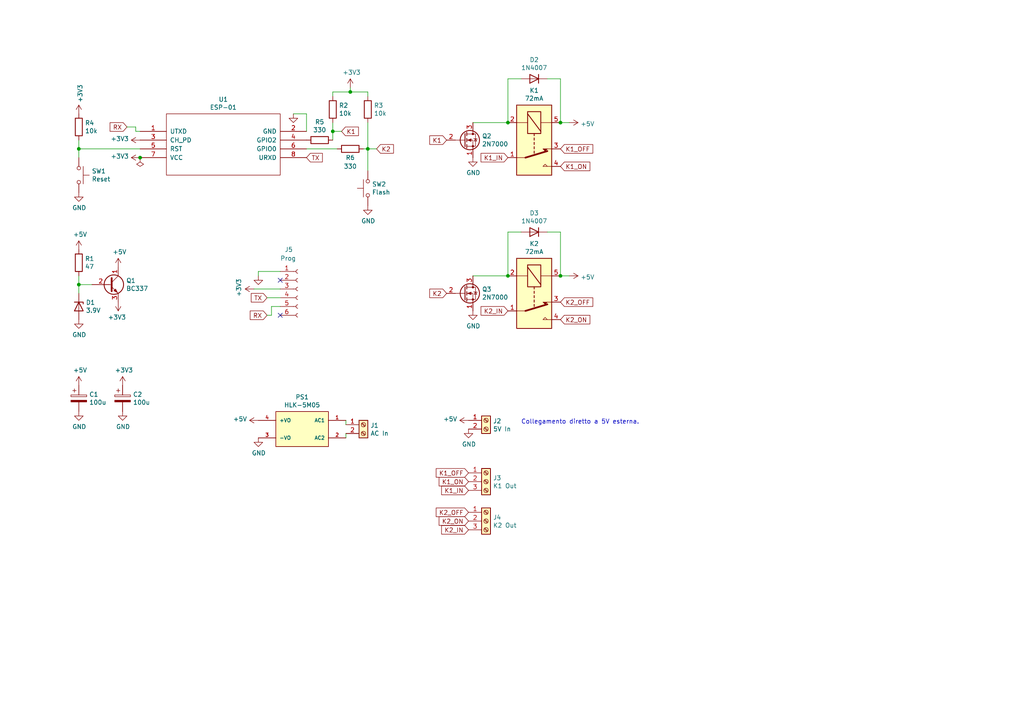
<source format=kicad_sch>
(kicad_sch (version 20211123) (generator eeschema)
  (paper "A4")
  (lib_symbols
    (symbol "Connector:Conn_01x06_Female" (pin_names (offset 1.016) hide)
      (property "Reference" "J" (at 0 7.62 0))
      (property "Value" "Conn_01x06_Female" (at 0 -10.16 0))
      (symbol "Conn_01x06_Female_1_1"
        (arc (start 0 -7.112) (mid -0.508 -7.62) (end 0 -8.128) (stroke (width 0.1524)))
        (arc (start 0 -4.572) (mid -0.508 -5.08) (end 0 -5.588) (stroke (width 0.1524)))
        (arc (start 0 -2.032) (mid -0.508 -2.54) (end 0 -3.048) (stroke (width 0.1524)))
        (polyline (pts (xy -1.27 -7.62) (xy -0.508 -7.62)) (stroke (width 0.1524)))
        (polyline (pts (xy -1.27 -5.08) (xy -0.508 -5.08)) (stroke (width 0.1524)))
        (polyline (pts (xy -1.27 -2.54) (xy -0.508 -2.54)) (stroke (width 0.1524)))
        (polyline (pts (xy -1.27 0) (xy -0.508 0)) (stroke (width 0.1524)))
        (polyline (pts (xy -1.27 2.54) (xy -0.508 2.54)) (stroke (width 0.1524)))
        (polyline (pts (xy -1.27 5.08) (xy -0.508 5.08)) (stroke (width 0.1524)))
        (arc (start 0 0.508) (mid -0.508 0) (end 0 -0.508) (stroke (width 0.1524)))
        (arc (start 0 3.048) (mid -0.508 2.54) (end 0 2.032) (stroke (width 0.1524)))
        (arc (start 0 5.588) (mid -0.508 5.08) (end 0 4.572) (stroke (width 0.1524)))
        (pin passive line (at -5.08 5.08 0) (length 3.81) (name "Pin_1") (number "1"))
        (pin passive line (at -5.08 2.54 0) (length 3.81) (name "Pin_2") (number "2"))
        (pin passive line (at -5.08 0 0) (length 3.81) (name "Pin_3") (number "3"))
        (pin passive line (at -5.08 -2.54 0) (length 3.81) (name "Pin_4") (number "4"))
        (pin passive line (at -5.08 -5.08 0) (length 3.81) (name "Pin_5") (number "5"))
        (pin passive line (at -5.08 -7.62 0) (length 3.81) (name "Pin_6") (number "6"))
      )
    )
    (symbol "Connector:Screw_Terminal_01x02" (pin_names (offset 1.016) hide)
      (property "Reference" "J" (at 0 2.54 0))
      (property "Value" "Screw_Terminal_01x02" (at 0 -5.08 0))
      (symbol "Screw_Terminal_01x02_1_1"
        (rectangle (start -1.27 1.27) (end 1.27 -3.81) (stroke (width 0.254)) (fill (type background)))
        (circle (center 0 -2.54) (radius 0.635) (stroke (width 0.1524)))
        (polyline (pts (xy -0.5334 -2.2098) (xy 0.3302 -3.048)) (stroke (width 0.1524)))
        (polyline (pts (xy -0.5334 0.3302) (xy 0.3302 -0.508)) (stroke (width 0.1524)))
        (polyline (pts (xy -0.3556 -2.032) (xy 0.508 -2.8702)) (stroke (width 0.1524)))
        (polyline (pts (xy -0.3556 0.508) (xy 0.508 -0.3302)) (stroke (width 0.1524)))
        (circle (center 0 0) (radius 0.635) (stroke (width 0.1524)))
        (pin passive line (at -5.08 0 0) (length 3.81) (name "Pin_1") (number "1"))
        (pin passive line (at -5.08 -2.54 0) (length 3.81) (name "Pin_2") (number "2"))
      )
    )
    (symbol "Connector:Screw_Terminal_01x03" (pin_names (offset 1.016) hide)
      (property "Reference" "J" (at 0 5.08 0))
      (property "Value" "Screw_Terminal_01x03" (at 0 -5.08 0))
      (symbol "Screw_Terminal_01x03_1_1"
        (rectangle (start -1.27 3.81) (end 1.27 -3.81) (stroke (width 0.254)) (fill (type background)))
        (circle (center 0 -2.54) (radius 0.635) (stroke (width 0.1524)))
        (polyline (pts (xy -0.5334 -2.2098) (xy 0.3302 -3.048)) (stroke (width 0.1524)))
        (polyline (pts (xy -0.5334 0.3302) (xy 0.3302 -0.508)) (stroke (width 0.1524)))
        (polyline (pts (xy -0.5334 2.8702) (xy 0.3302 2.032)) (stroke (width 0.1524)))
        (polyline (pts (xy -0.3556 -2.032) (xy 0.508 -2.8702)) (stroke (width 0.1524)))
        (polyline (pts (xy -0.3556 0.508) (xy 0.508 -0.3302)) (stroke (width 0.1524)))
        (polyline (pts (xy -0.3556 3.048) (xy 0.508 2.2098)) (stroke (width 0.1524)))
        (circle (center 0 0) (radius 0.635) (stroke (width 0.1524)))
        (circle (center 0 2.54) (radius 0.635) (stroke (width 0.1524)))
        (pin passive line (at -5.08 2.54 0) (length 3.81) (name "Pin_1") (number "1"))
        (pin passive line (at -5.08 0 0) (length 3.81) (name "Pin_2") (number "2"))
        (pin passive line (at -5.08 -2.54 0) (length 3.81) (name "Pin_3") (number "3"))
      )
    )
    (symbol "Custom_library:Relay_5v"
      (property "Reference" "K" (at 11.43 3.81 0))
      (property "Value" "Relay_5v" (at 11.43 1.27 0))
      (symbol "Relay_5v_0_0"
        (polyline (pts (xy 2.54 5.08) (xy 2.54 2.54) (xy 3.175 3.175) (xy 2.54 3.81)) (fill (type outline)))
        (polyline (pts (xy 7.62 5.08) (xy 7.62 2.54) (xy 6.985 3.175) (xy 7.62 3.81)))
      )
      (symbol "Relay_5v_0_1"
        (rectangle (start -10.16 5.08) (end 10.16 -5.08) (stroke (width 0.254)) (fill (type background)))
        (rectangle (start -8.255 1.905) (end -1.905 -1.905) (stroke (width 0.254)))
        (polyline (pts (xy -7.62 -1.905) (xy -2.54 1.905)) (stroke (width 0.254)))
        (polyline (pts (xy -5.08 -5.08) (xy -5.08 -1.905)))
        (polyline (pts (xy -5.08 5.08) (xy -5.08 1.905)))
        (polyline (pts (xy -1.905 0) (xy -1.27 0)) (stroke (width 0.254)))
        (polyline (pts (xy -0.635 0) (xy 0 0)) (stroke (width 0.254)))
        (polyline (pts (xy 0.635 0) (xy 1.27 0)) (stroke (width 0.254)))
        (polyline (pts (xy 1.905 0) (xy 2.54 0)) (stroke (width 0.254)))
        (polyline (pts (xy 3.175 0) (xy 3.81 0)) (stroke (width 0.254)))
        (polyline (pts (xy 5.08 -2.54) (xy 3.175 3.81)) (stroke (width 0.508)))
        (polyline (pts (xy 5.08 -2.54) (xy 5.08 -5.08)))
      )
      (symbol "Relay_5v_1_1"
        (pin passive line (at 5.08 -7.62 90) (length 2.54) (name "~") (number "1"))
        (pin passive line (at -5.08 -7.62 90) (length 2.54) (name "~") (number "2"))
        (pin passive line (at 2.54 7.62 270) (length 2.54) (name "~") (number "3"))
        (pin passive line (at 7.62 7.62 270) (length 2.54) (name "~") (number "4"))
        (pin passive line (at -5.08 7.62 270) (length 2.54) (name "~") (number "5"))
      )
    )
    (symbol "Device:CP" (pin_numbers hide) (pin_names (offset 0.254))
      (property "Reference" "C" (at 0.635 2.54 0))
      (property "Value" "Device_CP" (at 0.635 -2.54 0))
      (symbol "CP_0_1"
        (rectangle (start -2.286 0.508) (end 2.286 1.016))
        (polyline (pts (xy -1.778 2.286) (xy -0.762 2.286)))
        (polyline (pts (xy -1.27 2.794) (xy -1.27 1.778)))
        (rectangle (start 2.286 -0.508) (end -2.286 -1.016) (fill (type outline)))
      )
      (symbol "CP_1_1"
        (pin passive line (at 0 3.81 270) (length 2.794) (name "~") (number "1"))
        (pin passive line (at 0 -3.81 90) (length 2.794) (name "~") (number "2"))
      )
    )
    (symbol "Device:D" (pin_numbers hide) (pin_names (offset 1.016) hide)
      (property "Reference" "D" (at 0 2.54 0))
      (property "Value" "D" (at 0 -2.54 0))
      (symbol "D_0_1"
        (polyline (pts (xy -1.27 1.27) (xy -1.27 -1.27)) (stroke (width 0.254)))
        (polyline (pts (xy 1.27 0) (xy -1.27 0)))
        (polyline (pts (xy 1.27 1.27) (xy 1.27 -1.27) (xy -1.27 0) (xy 1.27 1.27)) (stroke (width 0.254)))
      )
      (symbol "D_1_1"
        (pin passive line (at -3.81 0 0) (length 2.54) (name "K") (number "1"))
        (pin passive line (at 3.81 0 180) (length 2.54) (name "A") (number "2"))
      )
    )
    (symbol "Device:D_Zener" (pin_numbers hide) (pin_names (offset 1.016) hide)
      (property "Reference" "D" (at 0 2.54 0))
      (property "Value" "D_Zener" (at 0 -2.54 0))
      (symbol "D_Zener_0_1"
        (polyline (pts (xy 1.27 0) (xy -1.27 0)))
        (polyline (pts (xy -1.27 -1.27) (xy -1.27 1.27) (xy -0.762 1.27)) (stroke (width 0.254)))
        (polyline (pts (xy 1.27 -1.27) (xy 1.27 1.27) (xy -1.27 0) (xy 1.27 -1.27)) (stroke (width 0.254)))
      )
      (symbol "D_Zener_1_1"
        (pin passive line (at -3.81 0 0) (length 2.54) (name "K") (number "1"))
        (pin passive line (at 3.81 0 180) (length 2.54) (name "A") (number "2"))
      )
    )
    (symbol "Device:R" (pin_numbers hide) (pin_names (offset 0))
      (property "Reference" "R" (at 2.032 0 90))
      (property "Value" "R" (at 0 0 90))
      (symbol "R_0_1"
        (rectangle (start -1.016 -2.54) (end 1.016 2.54) (stroke (width 0.254)))
      )
      (symbol "R_1_1"
        (pin passive line (at 0 3.81 270) (length 1.27) (name "~") (number "1"))
        (pin passive line (at 0 -3.81 90) (length 1.27) (name "~") (number "2"))
      )
    )
    (symbol "HLK-5M05:HLK-5M05" (pin_names (offset 1.016))
      (property "Reference" "PS" (at -7.62 6.35 0))
      (property "Value" "HLK-5M05" (at -7.62 -7.62 0))
      (symbol "HLK-5M05_0_0"
        (rectangle (start -7.62 -5.08) (end 7.62 5.08) (stroke (width 0.2032)) (fill (type background)))
        (pin input line (at -12.7 2.54 0) (length 5.08) (name "AC1") (number "1"))
        (pin input line (at -12.7 -2.54 0) (length 5.08) (name "AC2") (number "2"))
        (pin output line (at 12.7 -2.54 180) (length 5.08) (name "-VO") (number "3"))
        (pin output line (at 12.7 2.54 180) (length 5.08) (name "+VO") (number "4"))
      )
    )
    (symbol "Switch:SW_Push" (pin_numbers hide) (pin_names (offset 1.016) hide)
      (property "Reference" "SW" (at 1.27 2.54 0))
      (property "Value" "SW_Push" (at 0 -1.524 0))
      (symbol "SW_Push_0_1"
        (circle (center -2.032 0) (radius 0.508))
        (polyline (pts (xy 0 1.27) (xy 0 3.048)))
        (polyline (pts (xy 2.54 1.27) (xy -2.54 1.27)))
        (circle (center 2.032 0) (radius 0.508))
        (pin passive line (at -5.08 0 0) (length 2.54) (name "1") (number "1"))
        (pin passive line (at 5.08 0 180) (length 2.54) (name "2") (number "2"))
      )
    )
    (symbol "Transistor_BJT:BC337" (pin_names (offset 0) hide)
      (property "Reference" "Q" (at 5.08 1.905 0))
      (property "Value" "BC337" (at 5.08 0 0))
      (symbol "BC337_0_1"
        (polyline (pts (xy 0 0) (xy 0.635 0)))
        (polyline (pts (xy 0.635 0.635) (xy 2.54 2.54)))
        (polyline (pts (xy 0.635 -0.635) (xy 2.54 -2.54) (xy 2.54 -2.54)))
        (polyline (pts (xy 0.635 1.905) (xy 0.635 -1.905) (xy 0.635 -1.905)) (stroke (width 0.508)))
        (polyline (pts (xy 1.27 -1.778) (xy 1.778 -1.27) (xy 2.286 -2.286) (xy 1.27 -1.778) (xy 1.27 -1.778)) (fill (type outline)))
        (circle (center 1.27 0) (radius 2.8194) (stroke (width 0.254)))
      )
      (symbol "BC337_1_1"
        (pin passive line (at 2.54 5.08 270) (length 2.54) (name "C") (number "1"))
        (pin input line (at -5.08 0 0) (length 5.08) (name "B") (number "2"))
        (pin passive line (at 2.54 -5.08 90) (length 2.54) (name "E") (number "3"))
      )
    )
    (symbol "Transistor_FET:2N7000" (pin_names hide)
      (property "Reference" "Q" (at 5.08 1.905 0))
      (property "Value" "2N7000" (at 5.08 0 0))
      (symbol "2N7000_0_1"
        (polyline (pts (xy 0.254 0) (xy -2.54 0)))
        (polyline (pts (xy 0.254 1.905) (xy 0.254 -1.905)) (stroke (width 0.254)))
        (polyline (pts (xy 0.762 -1.27) (xy 0.762 -2.286)) (stroke (width 0.254)))
        (polyline (pts (xy 0.762 0.508) (xy 0.762 -0.508)) (stroke (width 0.254)))
        (polyline (pts (xy 0.762 2.286) (xy 0.762 1.27)) (stroke (width 0.254)))
        (polyline (pts (xy 2.54 2.54) (xy 2.54 1.778)))
        (polyline (pts (xy 2.54 -2.54) (xy 2.54 0) (xy 0.762 0)))
        (polyline (pts (xy 0.762 -1.778) (xy 3.302 -1.778) (xy 3.302 1.778) (xy 0.762 1.778)))
        (polyline (pts (xy 1.016 0) (xy 2.032 0.381) (xy 2.032 -0.381) (xy 1.016 0)) (fill (type outline)))
        (polyline (pts (xy 2.794 0.508) (xy 2.921 0.381) (xy 3.683 0.381) (xy 3.81 0.254)))
        (polyline (pts (xy 3.302 0.381) (xy 2.921 -0.254) (xy 3.683 -0.254) (xy 3.302 0.381)))
        (circle (center 1.651 0) (radius 2.794) (stroke (width 0.254)))
        (circle (center 2.54 -1.778) (radius 0.254) (fill (type outline)))
        (circle (center 2.54 1.778) (radius 0.254) (fill (type outline)))
      )
      (symbol "2N7000_1_1"
        (pin passive line (at 2.54 -5.08 90) (length 2.54) (name "S") (number "1"))
        (pin input line (at -5.08 0 0) (length 2.54) (name "G") (number "2"))
        (pin passive line (at 2.54 5.08 270) (length 2.54) (name "D") (number "3"))
      )
    )
    (symbol "kicad-ESP8266:ESP-01v090" (pin_names (offset 1.016))
      (property "Reference" "U" (at 0 -2.54 0))
      (property "Value" "ESP-01v090" (at 0 2.54 0))
      (symbol "ESP-01v090_1_0"
        (rectangle (start -16.51 -8.89) (end 16.51 8.89))
      )
      (symbol "ESP-01v090_1_1"
        (pin output line (at -24.13 3.81 0) (length 7.62) (name "UTXD") (number "1"))
        (pin power_in line (at 24.13 3.81 180) (length 7.62) (name "GND") (number "2"))
        (pin input line (at -24.13 1.27 0) (length 7.62) (name "CH_PD") (number "3"))
        (pin tri_state line (at 24.13 1.27 180) (length 7.62) (name "GPIO2") (number "4"))
        (pin input line (at -24.13 -1.27 0) (length 7.62) (name "RST") (number "5"))
        (pin tri_state line (at 24.13 -1.27 180) (length 7.62) (name "GPIO0") (number "6"))
        (pin power_in line (at -24.13 -3.81 0) (length 7.62) (name "VCC") (number "7"))
        (pin input line (at 24.13 -3.81 180) (length 7.62) (name "URXD") (number "8"))
      )
    )
    (symbol "power:+3.3V" (power) (pin_names (offset 0))
      (property "Value" "+3.3V" (at 0 3.556 0))
      (symbol "+3.3V_0_1"
        (polyline (pts (xy -0.762 1.27) (xy 0 2.54)))
        (polyline (pts (xy 0 0) (xy 0 2.54)))
        (polyline (pts (xy 0 2.54) (xy 0.762 1.27)))
      )
      (symbol "+3.3V_1_1"
        (pin power_in line (at 0 0 90) (length 0) hide (name "+3V3") (number "1"))
      )
    )
    (symbol "power:+5V" (power) (pin_names (offset 0))
      (property "Value" "+5V" (at 0 3.556 0))
      (symbol "+5V_0_1"
        (polyline (pts (xy -0.762 1.27) (xy 0 2.54)))
        (polyline (pts (xy 0 0) (xy 0 2.54)))
        (polyline (pts (xy 0 2.54) (xy 0.762 1.27)))
      )
      (symbol "+5V_1_1"
        (pin power_in line (at 0 0 90) (length 0) hide (name "+5V") (number "1"))
      )
    )
    (symbol "power:GND" (power) (pin_names (offset 0))
      (property "Value" "GND" (at 0 -3.81 0))
      (symbol "GND_0_1"
        (polyline (pts (xy 0 0) (xy 0 -1.27) (xy 1.27 -1.27) (xy 0 -2.54) (xy -1.27 -1.27) (xy 0 -1.27)))
      )
      (symbol "GND_1_1"
        (pin power_in line (at 0 0 270) (length 0) hide (name "GND") (number "1"))
      )
    )
    (symbol "power:PWR_FLAG" (power) (pin_numbers hide) (pin_names (offset 0) hide)
      (property "Value" "PWR_FLAG" (at 0 3.81 0))
      (symbol "PWR_FLAG_0_0"
        (pin power_out line (at 0 0 90) (length 0) (name "pwr") (number "1"))
      )
      (symbol "PWR_FLAG_0_1"
        (polyline (pts (xy 0 0) (xy 0 1.27) (xy -1.016 1.905) (xy 0 2.54) (xy 1.016 1.905) (xy 0 1.27)))
      )
    )
  )
  (junction (at 147.32 35.56))
  (junction (at 22.86 82.55))
  (junction (at 147.32 80.01))
  (junction (at 162.56 35.56))
  (junction (at 162.56 80.01))
  (junction (at 96.52 38.1))
  (junction (at 106.68 43.18))
  (junction (at 40.64 45.72))
  (junction (at 22.86 43.18))
  (junction (at 101.6 26.67))
  (no_connect (at 81.28 81.28))
  (no_connect (at 81.28 91.44))
  (wire (pts (xy 22.86 82.55) (xy 26.67 82.55)))
  (wire (pts (xy 106.68 35.56) (xy 106.68 43.18)))
  (wire (pts (xy 88.9 33.02) (xy 88.9 38.1)))
  (wire (pts (xy 74.93 78.74) (xy 81.28 78.74)))
  (wire (pts (xy 85.09 33.02) (xy 88.9 33.02)))
  (wire (pts (xy 101.6 26.67) (xy 106.68 26.67)))
  (wire (pts (xy 97.79 43.18) (xy 88.9 43.18)))
  (wire (pts (xy 151.13 22.86) (xy 147.32 22.86)))
  (wire (pts (xy 96.52 38.1) (xy 96.52 35.56)))
  (wire (pts (xy 137.16 80.01) (xy 147.32 80.01)))
  (wire (pts (xy 105.41 43.18) (xy 106.68 43.18)))
  (wire (pts (xy 39.37 38.1) (xy 40.64 38.1)))
  (wire (pts (xy 137.16 35.56) (xy 147.32 35.56)))
  (wire (pts (xy 147.32 22.86) (xy 147.32 35.56)))
  (wire (pts (xy 77.47 86.36) (xy 81.28 86.36)))
  (wire (pts (xy 99.06 38.1) (xy 96.52 38.1)))
  (wire (pts (xy 39.37 36.83) (xy 39.37 38.1)))
  (wire (pts (xy 74.93 80.01) (xy 74.93 78.74)))
  (wire (pts (xy 101.6 26.67) (xy 101.6 25.4)))
  (wire (pts (xy 158.75 67.31) (xy 162.56 67.31)))
  (wire (pts (xy 147.32 67.31) (xy 147.32 80.01)))
  (wire (pts (xy 22.86 43.18) (xy 22.86 40.64)))
  (wire (pts (xy 100.33 125.73) (xy 100.33 127)))
  (wire (pts (xy 77.47 91.44) (xy 78.74 91.44)))
  (wire (pts (xy 106.68 26.67) (xy 106.68 27.94)))
  (wire (pts (xy 100.33 123.19) (xy 100.33 121.92)))
  (wire (pts (xy 162.56 22.86) (xy 162.56 35.56)))
  (wire (pts (xy 162.56 67.31) (xy 162.56 80.01)))
  (wire (pts (xy 78.74 91.44) (xy 78.74 88.9)))
  (wire (pts (xy 73.66 83.82) (xy 81.28 83.82)))
  (wire (pts (xy 96.52 40.64) (xy 96.52 38.1)))
  (wire (pts (xy 158.75 22.86) (xy 162.56 22.86)))
  (wire (pts (xy 165.1 80.01) (xy 162.56 80.01)))
  (wire (pts (xy 165.1 35.56) (xy 162.56 35.56)))
  (wire (pts (xy 40.64 43.18) (xy 22.86 43.18)))
  (wire (pts (xy 106.68 43.18) (xy 106.68 49.53)))
  (wire (pts (xy 22.86 85.09) (xy 22.86 82.55)))
  (wire (pts (xy 36.83 36.83) (xy 39.37 36.83)))
  (wire (pts (xy 22.86 82.55) (xy 22.86 80.01)))
  (wire (pts (xy 151.13 67.31) (xy 147.32 67.31)))
  (wire (pts (xy 96.52 26.67) (xy 96.52 27.94)))
  (wire (pts (xy 96.52 26.67) (xy 101.6 26.67)))
  (wire (pts (xy 78.74 88.9) (xy 81.28 88.9)))
  (wire (pts (xy 109.22 43.18) (xy 106.68 43.18)))
  (wire (pts (xy 22.86 43.18) (xy 22.86 45.72)))
  (text "Collegamento diretto a 5V esterna." (at 151.13 123.19 0) (effects (font (size 1.27 1.27)) (justify left bottom)))
  (global_label "K1_OFF" (shape input) (at 135.89 137.16 180) (property "Intersheet References" "${INTERSHEET_REFS}" (effects hide)))
  (global_label "TX" (shape input) (at 88.9 45.72 0) (property "Intersheet References" "${INTERSHEET_REFS}" (effects hide)))
  (global_label "K2_IN" (shape input) (at 135.89 153.67 180) (property "Intersheet References" "${INTERSHEET_REFS}" (effects hide)))
  (global_label "K1_ON" (shape input) (at 135.89 139.7 180) (property "Intersheet References" "${INTERSHEET_REFS}" (effects hide)))
  (global_label "K1_IN" (shape input) (at 135.89 142.24 180) (property "Intersheet References" "${INTERSHEET_REFS}" (effects hide)))
  (global_label "K2_OFF" (shape input) (at 162.56 87.63 0) (property "Intersheet References" "${INTERSHEET_REFS}" (effects hide)))
  (global_label "K2" (shape input) (at 109.22 43.18 0) (property "Intersheet References" "${INTERSHEET_REFS}" (effects hide)))
  (global_label "K2_IN" (shape input) (at 147.32 90.17 180) (property "Intersheet References" "${INTERSHEET_REFS}" (effects hide)))
  (global_label "K2" (shape input) (at 129.54 85.09 180) (property "Intersheet References" "${INTERSHEET_REFS}" (effects hide)))
  (global_label "RX" (shape input) (at 77.47 91.44 180) (property "Intersheet References" "${INTERSHEET_REFS}" (effects hide)))
  (global_label "K2_OFF" (shape input) (at 135.89 148.59 180) (property "Intersheet References" "${INTERSHEET_REFS}" (effects hide)))
  (global_label "TX" (shape input) (at 77.47 86.36 180) (property "Intersheet References" "${INTERSHEET_REFS}" (effects hide)))
  (global_label "K1_IN" (shape input) (at 147.32 45.72 180) (property "Intersheet References" "${INTERSHEET_REFS}" (effects hide)))
  (global_label "K2_ON" (shape input) (at 162.56 92.71 0) (property "Intersheet References" "${INTERSHEET_REFS}" (effects hide)))
  (global_label "K1" (shape input) (at 129.54 40.64 180) (property "Intersheet References" "${INTERSHEET_REFS}" (effects hide)))
  (global_label "K1_ON" (shape input) (at 162.56 48.26 0) (property "Intersheet References" "${INTERSHEET_REFS}" (effects hide)))
  (global_label "RX" (shape input) (at 36.83 36.83 180) (property "Intersheet References" "${INTERSHEET_REFS}" (effects hide)))
  (global_label "K2_ON" (shape input) (at 135.89 151.13 180) (property "Intersheet References" "${INTERSHEET_REFS}" (effects hide)))
  (global_label "K1" (shape input) (at 99.06 38.1 0) (property "Intersheet References" "${INTERSHEET_REFS}" (effects hide)))
  (global_label "K1_OFF" (shape input) (at 162.56 43.18 0) (property "Intersheet References" "${INTERSHEET_REFS}" (effects hide)))
  (symbol (lib_id "Custom_library:Relay_5v") (at 154.94 40.64 270) (unit 1)
    (property "Reference" "K1" (at 154.94 26.2382 90))
    (property "Value" "72mA" (at 154.94 28.5496 90))
    (property "Footprint" "Relay_THT:Relay_SPDT_Omron-G5LE-1" (effects hide))
  )
  (symbol (lib_id "Device:D") (at 154.94 22.86 180) (unit 1)
    (property "Reference" "D2" (at 154.94 17.3482 0))
    (property "Value" "1N4007" (at 154.94 19.6596 0))
    (property "Footprint" "Diode_THT:D_DO-41_SOD81_P7.62mm_Horizontal" (effects hide))
  )
  (symbol (lib_id "kicad-ESP8266:ESP-01v090") (at 64.77 41.91 0) (unit 1)
    (property "Reference" "U1" (at 64.77 28.829 0))
    (property "Value" "ESP-01" (at 64.77 31.1404 0))
    (property "Footprint" "kicad-ESP8266:ESP-01" (effects hide))
    (property "Datasheet" "http://l0l.org.uk/2014/12/esp8266-modules-hardware-guide-gotta-catch-em-all/" (effects hide))
  )
  (symbol (lib_id "Connector:Screw_Terminal_01x03") (at 140.97 139.7 0) (unit 1)
    (property "Reference" "J3" (at 143.002 138.6332 0) (effects (justify left)))
    (property "Value" "K1 Out" (at 143.002 140.9446 0) (effects (justify left)))
    (property "Footprint" "TerminalBlock:TerminalBlock_bornier-3_P5.08mm" (effects hide))
  )
  (symbol (lib_id "power:+3.3V") (at 40.64 40.64 90) (unit 1)
    (property "Reference" "#PWR0107" (effects hide))
    (property "Value" "+3.3V" (at 37.3888 40.259 90) (effects (justify left)))
  )
  (symbol (lib_id "power:+3.3V") (at 22.86 33.02 0) (unit 1)
    (property "Reference" "#PWR0101" (effects hide))
    (property "Value" "+3.3V" (at 23.241 29.7688 90) (effects (justify left)))
  )
  (symbol (lib_id "power:+3.3V") (at 40.64 45.72 90) (unit 1)
    (property "Reference" "#PWR0102" (effects hide))
    (property "Value" "+3.3V" (at 37.3888 45.339 90) (effects (justify left)))
  )
  (symbol (lib_id "Device:R") (at 96.52 31.75 0) (unit 1)
    (property "Reference" "R2" (at 98.298 30.5816 0) (effects (justify left)))
    (property "Value" "10k" (at 98.298 32.893 0) (effects (justify left)))
    (property "Footprint" "Resistor_THT:R_Axial_DIN0207_L6.3mm_D2.5mm_P7.62mm_Horizontal" (effects hide))
  )
  (symbol (lib_id "Device:R") (at 106.68 31.75 0) (unit 1)
    (property "Reference" "R3" (at 108.458 30.5816 0) (effects (justify left)))
    (property "Value" "10k" (at 108.458 32.893 0) (effects (justify left)))
    (property "Footprint" "Resistor_THT:R_Axial_DIN0207_L6.3mm_D2.5mm_P7.62mm_Horizontal" (effects hide))
  )
  (symbol (lib_id "power:+3.3V") (at 101.6 25.4 0) (unit 1)
    (property "Reference" "#PWR0105" (effects hide))
    (property "Value" "+3.3V" (at 101.981 21.0058 0))
  )
  (symbol (lib_id "power:GND") (at 85.09 33.02 0) (unit 1)
    (property "Reference" "#PWR0109" (effects hide))
    (property "Value" "GND" (effects hide))
  )
  (symbol (lib_id "Transistor_FET:2N7000") (at 134.62 40.64 0) (unit 1)
    (property "Reference" "Q2" (at 139.8016 39.4716 0) (effects (justify left)))
    (property "Value" "2N7000" (at 139.8016 41.783 0) (effects (justify left)))
    (property "Footprint" "Package_TO_SOT_THT:TO-92_Inline" (effects hide))
    (property "Datasheet" "https://www.onsemi.com/pub/Collateral/NDS7002A-D.PDF" (effects hide))
  )
  (symbol (lib_id "Device:R") (at 92.71 40.64 270) (unit 1)
    (property "Reference" "R5" (at 92.71 35.3822 90))
    (property "Value" "330" (at 92.71 37.6936 90))
    (property "Footprint" "Resistor_THT:R_Axial_DIN0207_L6.3mm_D2.5mm_P7.62mm_Horizontal" (effects hide))
  )
  (symbol (lib_id "Connector:Screw_Terminal_01x02") (at 140.97 121.92 0) (unit 1)
    (property "Reference" "J2" (at 143.002 122.1232 0) (effects (justify left)))
    (property "Value" "5V In" (at 143.002 124.4346 0) (effects (justify left)))
    (property "Footprint" "TerminalBlock:TerminalBlock_bornier-2_P5.08mm" (effects hide))
  )
  (symbol (lib_id "power:GND") (at 74.93 127 0) (unit 1)
    (property "Reference" "#PWR0118" (effects hide))
    (property "Value" "GND" (at 75.057 131.3942 0))
  )
  (symbol (lib_id "power:GND") (at 135.89 124.46 0) (unit 1)
    (property "Reference" "#PWR0104" (effects hide))
    (property "Value" "GND" (at 136.017 128.8542 0))
  )
  (symbol (lib_id "power:+5V") (at 74.93 121.92 90) (unit 1)
    (property "Reference" "#PWR0119" (effects hide))
    (property "Value" "+5V" (at 71.6788 121.539 90) (effects (justify left)))
  )
  (symbol (lib_id "power:+5V") (at 135.89 121.92 90) (unit 1)
    (property "Reference" "#PWR0112" (effects hide))
    (property "Value" "+5V" (at 132.6388 121.539 90) (effects (justify left)))
  )
  (symbol (lib_id "power:GND") (at 137.16 45.72 0) (unit 1)
    (property "Reference" "#PWR0103" (effects hide))
    (property "Value" "GND" (at 137.287 50.1142 0))
  )
  (symbol (lib_id "power:+5V") (at 165.1 35.56 270) (unit 1)
    (property "Reference" "#PWR0113" (effects hide))
    (property "Value" "+5V" (at 168.3512 35.941 90) (effects (justify left)))
  )
  (symbol (lib_id "Device:R") (at 22.86 36.83 180) (unit 1)
    (property "Reference" "R4" (at 24.638 35.6616 0) (effects (justify right)))
    (property "Value" "10k" (at 24.638 37.973 0) (effects (justify right)))
    (property "Footprint" "Resistor_THT:R_Axial_DIN0207_L6.3mm_D2.5mm_P7.62mm_Horizontal" (effects hide))
  )
  (symbol (lib_id "Transistor_BJT:BC337") (at 31.75 82.55 0) (unit 1)
    (property "Reference" "Q1" (at 36.6014 81.3816 0) (effects (justify left)))
    (property "Value" "BC337" (at 36.6014 83.693 0) (effects (justify left)))
    (property "Footprint" "Package_TO_SOT_THT:TO-92_Inline" (effects hide))
    (property "Datasheet" "https://diotec.com/tl_files/diotec/files/pdf/datasheets/bc337.pdf" (effects hide))
  )
  (symbol (lib_id "Device:D_Zener") (at 22.86 88.9 270) (unit 1)
    (property "Reference" "D1" (at 24.892 87.7316 90) (effects (justify left)))
    (property "Value" "3.9V" (at 24.892 90.043 90) (effects (justify left)))
    (property "Footprint" "Diode_THT:D_DO-41_SOD81_P7.62mm_Horizontal" (effects hide))
  )
  (symbol (lib_id "Device:R") (at 22.86 76.2 0) (unit 1)
    (property "Reference" "R1" (at 24.638 75.0316 0) (effects (justify left)))
    (property "Value" "47" (at 24.638 77.343 0) (effects (justify left)))
    (property "Footprint" "Resistor_THT:R_Axial_DIN0207_L6.3mm_D2.5mm_P7.62mm_Horizontal" (effects hide))
  )
  (symbol (lib_id "power:+5V") (at 34.29 77.47 0) (unit 1)
    (property "Reference" "#PWR0114" (effects hide))
    (property "Value" "+5V" (at 34.671 73.0758 0))
  )
  (symbol (lib_id "power:+3.3V") (at 34.29 87.63 180) (unit 1)
    (property "Reference" "#PWR0115" (effects hide))
    (property "Value" "+3.3V" (at 33.909 92.0242 0))
  )
  (symbol (lib_id "Switch:SW_Push") (at 22.86 50.8 270) (unit 1)
    (property "Reference" "SW1" (at 26.6192 49.6316 90) (effects (justify left)))
    (property "Value" "Reset" (at 26.6192 51.943 90) (effects (justify left)))
    (property "Footprint" "Button_Switch_THT:SW_PUSH_6mm_H5mm" (effects hide))
  )
  (symbol (lib_id "power:GND") (at 22.86 92.71 0) (unit 1)
    (property "Reference" "#PWR0116" (effects hide))
    (property "Value" "GND" (at 22.987 97.1042 0))
  )
  (symbol (lib_id "power:+5V") (at 22.86 72.39 0) (unit 1)
    (property "Reference" "#PWR0117" (effects hide))
    (property "Value" "+5V" (at 23.241 67.9958 0))
  )
  (symbol (lib_id "power:GND") (at 22.86 55.88 0) (unit 1)
    (property "Reference" "#PWR0106" (effects hide))
    (property "Value" "GND" (at 22.987 60.2742 0))
  )
  (symbol (lib_id "Switch:SW_Push") (at 106.68 54.61 90) (unit 1)
    (property "Reference" "SW2" (at 107.8992 53.4416 90) (effects (justify right)))
    (property "Value" "Flash" (at 107.8992 55.753 90) (effects (justify right)))
    (property "Footprint" "Button_Switch_THT:SW_PUSH_6mm_H5mm" (effects hide))
  )
  (symbol (lib_id "HLK-5M05:HLK-5M05") (at 87.63 124.46 0) (mirror y) (unit 1)
    (property "Reference" "PS1" (at 87.63 115.1636 0))
    (property "Value" "HLK-5M05" (at 87.63 117.475 0))
    (property "Footprint" "HLK-5M05:CONV_HLK-5M05" (effects hide))
    (property "PARTREV" "N/A" (effects hide))
    (property "MANUFACTURER" "HI-LINK" (effects hide))
    (property "STANDARD" "Manufacturer Recommendations" (effects hide))
  )
  (symbol (lib_id "power:GND") (at 106.68 59.69 0) (unit 1)
    (property "Reference" "#PWR0110" (effects hide))
    (property "Value" "GND" (at 106.807 64.0842 0))
  )
  (symbol (lib_id "Connector:Conn_01x06_Female") (at 86.36 83.82 0) (unit 1)
    (property "Reference" "J5" (at 82.55 72.39 0) (effects (justify left)))
    (property "Value" "Prog" (at 81.28 74.93 0) (effects (justify left)))
    (property "Footprint" "Connector_PinHeader_2.54mm:PinHeader_1x06_P2.54mm_Vertical" (effects hide))
  )
  (symbol (lib_id "power:+3.3V") (at 73.66 83.82 90) (unit 1)
    (property "Reference" "#PWR0108" (effects hide))
    (property "Value" "+3.3V" (at 69.2658 83.439 0))
  )
  (symbol (lib_id "power:GND") (at 74.93 80.01 0) (unit 1)
    (property "Reference" "#PWR0111" (effects hide))
    (property "Value" "GND" (effects hide))
  )
  (symbol (lib_id "Custom_library:Relay_5v") (at 154.94 85.09 270) (unit 1)
    (property "Reference" "K2" (at 154.94 70.6882 90))
    (property "Value" "72mA" (at 154.94 72.9996 90))
    (property "Footprint" "Relay_THT:Relay_SPDT_Omron-G5LE-1" (effects hide))
  )
  (symbol (lib_id "Connector:Screw_Terminal_01x03") (at 140.97 151.13 0) (unit 1)
    (property "Reference" "J4" (at 143.002 150.0632 0) (effects (justify left)))
    (property "Value" "K2 Out" (at 143.002 152.3746 0) (effects (justify left)))
    (property "Footprint" "TerminalBlock:TerminalBlock_bornier-3_P5.08mm" (effects hide))
  )
  (symbol (lib_id "Transistor_FET:2N7000") (at 134.62 85.09 0) (unit 1)
    (property "Reference" "Q3" (at 139.8016 83.9216 0) (effects (justify left)))
    (property "Value" "2N7000" (at 139.8016 86.233 0) (effects (justify left)))
    (property "Footprint" "Package_TO_SOT_THT:TO-92_Inline" (effects hide))
    (property "Datasheet" "https://www.onsemi.com/pub/Collateral/NDS7002A-D.PDF" (effects hide))
  )
  (symbol (lib_id "Device:R") (at 101.6 43.18 270) (unit 1)
    (property "Reference" "R6" (at 101.6 45.72 90))
    (property "Value" "330" (at 101.6 48.26 90))
    (property "Footprint" "Resistor_THT:R_Axial_DIN0207_L6.3mm_D2.5mm_P7.62mm_Horizontal" (effects hide))
  )
  (symbol (lib_id "Device:D") (at 154.94 67.31 180) (unit 1)
    (property "Reference" "D3" (at 154.94 61.7982 0))
    (property "Value" "1N4007" (at 154.94 64.1096 0))
    (property "Footprint" "Diode_THT:D_DO-41_SOD81_P7.62mm_Horizontal" (effects hide))
  )
  (symbol (lib_id "power:GND") (at 137.16 90.17 0) (unit 1)
    (property "Reference" "#PWR0120" (effects hide))
    (property "Value" "GND" (at 137.287 94.5642 0))
  )
  (symbol (lib_id "power:+5V") (at 165.1 80.01 270) (unit 1)
    (property "Reference" "#PWR0121" (effects hide))
    (property "Value" "+5V" (at 168.3512 80.391 90) (effects (justify left)))
  )
  (symbol (lib_id "power:PWR_FLAG") (at 40.64 45.72 180) (unit 1)
    (property "Reference" "#FLG0101" (effects hide))
    (property "Value" "PWR_FLAG" (effects hide))
  )
  (symbol (lib_id "Device:CP") (at 22.86 115.57 0) (unit 1)
    (property "Reference" "C1" (at 25.8572 114.4016 0) (effects (justify left)))
    (property "Value" "100u" (at 25.8572 116.713 0) (effects (justify left)))
    (property "Footprint" "Capacitor_THT:CP_Radial_D8.0mm_P3.50mm" (effects hide))
  )
  (symbol (lib_id "Device:CP") (at 35.56 115.57 0) (unit 1)
    (property "Reference" "C2" (at 38.5572 114.4016 0) (effects (justify left)))
    (property "Value" "100u" (at 38.5572 116.713 0) (effects (justify left)))
    (property "Footprint" "Capacitor_THT:CP_Radial_D8.0mm_P3.50mm" (effects hide))
  )
  (symbol (lib_id "power:GND") (at 22.86 119.38 0) (unit 1)
    (property "Reference" "#PWR0122" (effects hide))
    (property "Value" "GND" (at 22.987 123.7742 0))
  )
  (symbol (lib_id "power:GND") (at 35.56 119.38 0) (unit 1)
    (property "Reference" "#PWR0123" (effects hide))
    (property "Value" "GND" (at 35.687 123.7742 0))
  )
  (symbol (lib_id "power:+5V") (at 22.86 111.76 0) (unit 1)
    (property "Reference" "#PWR0124" (effects hide))
    (property "Value" "+5V" (at 23.241 107.3658 0))
  )
  (symbol (lib_id "power:+3.3V") (at 35.56 111.76 0) (unit 1)
    (property "Reference" "#PWR0125" (effects hide))
    (property "Value" "+3.3V" (at 35.941 107.3658 0))
  )
  (symbol (lib_id "Connector:Screw_Terminal_01x02") (at 105.41 123.19 0) (unit 1)
    (property "Reference" "J1" (at 107.442 123.3932 0) (effects (justify left)))
    (property "Value" "AC In" (at 107.442 125.7046 0) (effects (justify left)))
    (property "Footprint" "TerminalBlock:TerminalBlock_bornier-2_P5.08mm" (effects hide))
  )
)
</source>
